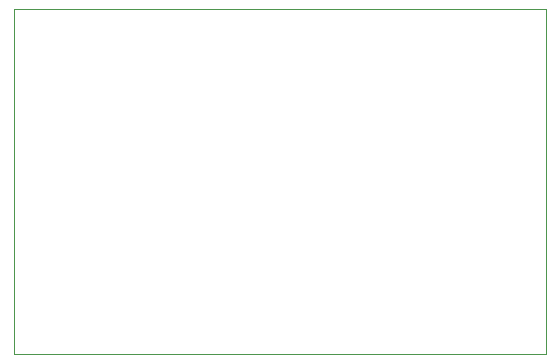
<source format=gm1>
G04 #@! TF.GenerationSoftware,KiCad,Pcbnew,9.0.0-9.0.0-2~ubuntu24.04.1*
G04 #@! TF.CreationDate,2025-03-29T11:09:30-07:00*
G04 #@! TF.ProjectId,aud_chain2,6175645f-6368-4616-996e-322e6b696361,rev?*
G04 #@! TF.SameCoordinates,Original*
G04 #@! TF.FileFunction,Profile,NP*
%FSLAX46Y46*%
G04 Gerber Fmt 4.6, Leading zero omitted, Abs format (unit mm)*
G04 Created by KiCad (PCBNEW 9.0.0-9.0.0-2~ubuntu24.04.1) date 2025-03-29 11:09:30*
%MOMM*%
%LPD*%
G01*
G04 APERTURE LIST*
G04 #@! TA.AperFunction,Profile*
%ADD10C,0.050000*%
G04 #@! TD*
G04 APERTURE END LIST*
D10*
X50800000Y-127000000D02*
X95885000Y-127000000D01*
X95885000Y-156210000D01*
X50800000Y-156210000D01*
X50800000Y-127000000D01*
M02*

</source>
